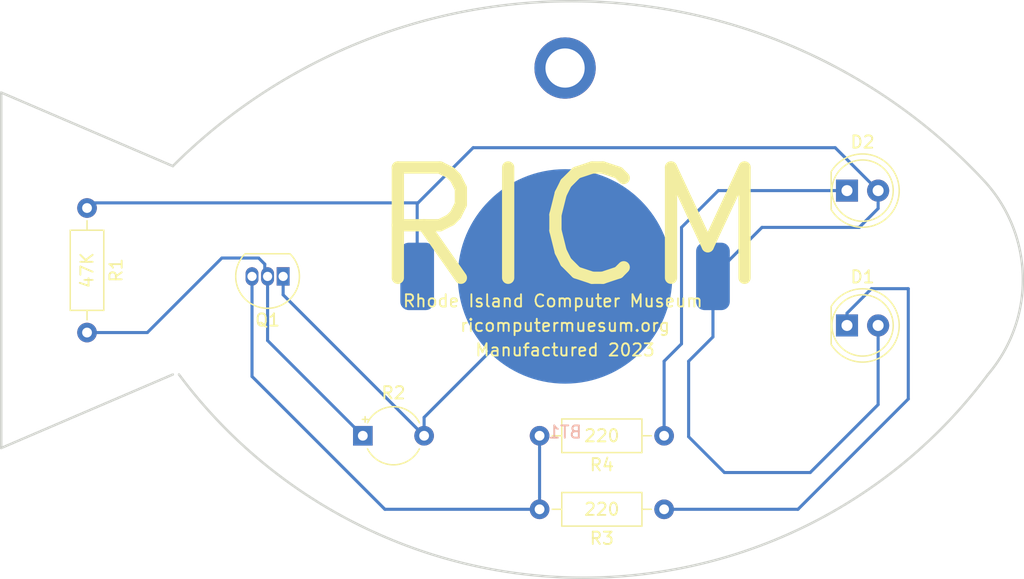
<source format=kicad_pcb>
(kicad_pcb (version 20211014) (generator pcbnew)
  (layers (0 "F.Cu" signal) (31 "B.Cu" signal) (34 "B.Paste" user) (35 "F.Paste" user) (36 "B.SilkS" user "B.Silkscreen") (37 "F.SilkS" user "F.Silkscreen") (38 "B.Mask" user) (39 "F.Mask" user) (44 "Edge.Cuts" user))
  (net 0 "")
  (net 1 "Net-(BT1-Pad1)")
  (net 2 "GND")
  (net 3 "Net-(D1-Pad1)")
  (net 4 "Net-(D2-Pad1)")
  (net 5 "Net-(Q1-Pad2)")
  (net 6 "Net-(Q1-Pad3)")
  (footprint "LED_THT:LED_D5.0mm" (layer "F.Cu") (at 153 80)
    (fp_text reference "D1" (at 1.27 -3.96) (layer "F.SilkS"))
    (fp_text value "LED")
    (fp_line (start -1.29 -1.545) (end -1.29 1.545) (layer "F.SilkS") (width 0.12))
    (fp_arc (start 4.26 -0.000462) (mid 2.072002 2.880433) (end -1.29 1.54483) (layer "F.SilkS") (width 0.12))
    (fp_arc (start -1.29 -1.54483) (mid 2.072002 -2.880433) (end 4.26 0.000462) (layer "F.SilkS") (width 0.12))
    (fp_circle (center 1.27 0) (end 3.77 0) (layer "F.SilkS") (width 0.12) (fill none))
    (pad "1" thru_hole rect (at 0 0) (size 1.8 1.8) (drill 0.9) (layers *.Cu *.Mask) (net 3 "Net-(D1-Pad1)"))
    (pad "2" thru_hole circle (at 2.54 0) (size 1.8 1.8) (drill 0.9) (layers *.Cu *.Mask) (net 1 "Net-(BT1-Pad1)"))
  )
  (footprint "Capacitor_THT:CP_Radial_Tantal_D4.5mm_P5.00mm" (layer "F.Cu") (at 113.5 89)
    (fp_text reference "R2" (at 2.5 -3.5) (layer "F.SilkS"))
    (fp_text value "R_Photo")
    (fp_line (start 0.187712 -1.56) (end 0.187712 -1.11) (layer "F.SilkS") (width 0.12))
    (fp_line (start -0.037288 -1.335) (end 0.412712 -1.335) (layer "F.SilkS") (width 0.12))
    (fp_arc (start 4.619741 1.06) (mid 2.5 2.37) (end 0.380259 1.06) (layer "F.SilkS") (width 0.12))
    (fp_arc (start 0.380259 -1.06) (mid 2.5 -2.37) (end 4.619741 -1.06) (layer "F.SilkS") (width 0.12))
    (pad "1" thru_hole rect (at 0 0) (size 1.6 1.6) (drill 0.8) (layers *.Cu *.Mask) (net 5 "Net-(Q1-Pad2)"))
    (pad "2" thru_hole circle (at 5 0) (size 1.6 1.6) (drill 0.8) (layers *.Cu *.Mask) (net 2 "GND"))
  )
  (footprint "Resistor_THT:R_Axial_DIN0207_L6.3mm_D2.5mm_P10.16mm_Horizontal" (layer "F.Cu") (at 91 70.42 -90)
    (fp_text reference "R1" (at 5.08 -2.37 -270) (layer "F.SilkS"))
    (fp_text value "R")
    (fp_line (start 9.12 0) (end 8.35 0) (layer "F.SilkS") (width 0.12))
    (fp_line (start 8.35 -1.37) (end 1.81 -1.37) (layer "F.SilkS") (width 0.12))
    (fp_line (start 1.81 -1.37) (end 1.81 1.37) (layer "F.SilkS") (width 0.12))
    (fp_line (start 1.04 0) (end 1.81 0) (layer "F.SilkS") (width 0.12))
    (fp_line (start 1.81 1.37) (end 8.35 1.37) (layer "F.SilkS") (width 0.12))
    (fp_line (start 8.35 1.37) (end 8.35 -1.37) (layer "F.SilkS") (width 0.12))
    (pad "1" thru_hole circle (at 0 0 270) (size 1.6 1.6) (drill 0.8) (layers *.Cu *.Mask) (net 1 "Net-(BT1-Pad1)"))
    (pad "2" thru_hole oval (at 10.16 0 270) (size 1.6 1.6) (drill 0.8) (layers *.Cu *.Mask) (net 5 "Net-(Q1-Pad2)"))
  )
  (footprint "Resistor_THT:R_Axial_DIN0207_L6.3mm_D2.5mm_P10.16mm_Horizontal" (layer "F.Cu") (at 138.08 89 180)
    (fp_text reference "R4" (at 5.08 -2.37) (layer "F.SilkS"))
    (fp_text value "R")
    (fp_line (start 8.35 1.37) (end 8.35 -1.37) (layer "F.SilkS") (width 0.12))
    (fp_line (start 8.35 -1.37) (end 1.81 -1.37) (layer "F.SilkS") (width 0.12))
    (fp_line (start 1.04 0) (end 1.81 0) (layer "F.SilkS") (width 0.12))
    (fp_line (start 1.81 -1.37) (end 1.81 1.37) (layer "F.SilkS") (width 0.12))
    (fp_line (start 9.12 0) (end 8.35 0) (layer "F.SilkS") (width 0.12))
    (fp_line (start 1.81 1.37) (end 8.35 1.37) (layer "F.SilkS") (width 0.12))
    (pad "1" thru_hole circle (at 0 0 180) (size 1.6 1.6) (drill 0.8) (layers *.Cu *.Mask) (net 4 "Net-(D2-Pad1)"))
    (pad "2" thru_hole oval (at 10.16 0 180) (size 1.6 1.6) (drill 0.8) (layers *.Cu *.Mask) (net 6 "Net-(Q1-Pad3)"))
  )
  (footprint "Resistor_THT:R_Axial_DIN0207_L6.3mm_D2.5mm_P10.16mm_Horizontal" (layer "F.Cu") (at 138.08 95 180)
    (fp_text reference "R3" (at 5.08 -2.37) (layer "F.SilkS"))
    (fp_text value "R")
    (fp_line (start 8.35 1.37) (end 8.35 -1.37) (layer "F.SilkS") (width 0.12))
    (fp_line (start 9.12 0) (end 8.35 0) (layer "F.SilkS") (width 0.12))
    (fp_line (start 8.35 -1.37) (end 1.81 -1.37) (layer "F.SilkS") (width 0.12))
    (fp_line (start 1.81 -1.37) (end 1.81 1.37) (layer "F.SilkS") (width 0.12))
    (fp_line (start 1.81 1.37) (end 8.35 1.37) (layer "F.SilkS") (width 0.12))
    (fp_line (start 1.04 0) (end 1.81 0) (layer "F.SilkS") (width 0.12))
    (pad "1" thru_hole circle (at 0 0 180) (size 1.6 1.6) (drill 0.8) (layers *.Cu *.Mask) (net 3 "Net-(D1-Pad1)"))
    (pad "2" thru_hole oval (at 10.16 0 180) (size 1.6 1.6) (drill 0.8) (layers *.Cu *.Mask) (net 6 "Net-(Q1-Pad3)"))
  )
  (footprint "LED_THT:LED_D5.0mm" (layer "F.Cu") (at 153 69)
    (fp_text reference "D2" (at 1.27 -3.96) (layer "F.SilkS"))
    (fp_text value "LED")
    (fp_line (start -1.29 -1.545) (end -1.29 1.545) (layer "F.SilkS") (width 0.12))
    (fp_arc (start 4.26 -0.000462) (mid 2.072002 2.880433) (end -1.29 1.54483) (layer "F.SilkS") (width 0.12))
    (fp_arc (start -1.29 -1.54483) (mid 2.072002 -2.880433) (end 4.26 0.000462) (layer "F.SilkS") (width 0.12))
    (fp_circle (center 1.27 0) (end 3.77 0) (layer "F.SilkS") (width 0.12) (fill none))
    (pad "1" thru_hole rect (at 0 0) (size 1.8 1.8) (drill 0.9) (layers *.Cu *.Mask) (net 4 "Net-(D2-Pad1)"))
    (pad "2" thru_hole circle (at 2.54 0) (size 1.8 1.8) (drill 0.9) (layers *.Cu *.Mask) (net 1 "Net-(BT1-Pad1)"))
  )
  (footprint "Package_TO_SOT_THT:TO-92_Inline" (layer "F.Cu") (at 107 76 180)
    (fp_text reference "Q1" (at 1.27 -3.56) (layer "F.SilkS"))
    (fp_text value "2N3904")
    (fp_line (start -0.53 1.85) (end 3.07 1.85) (layer "F.SilkS") (width 0.12))
    (fp_arc (start 1.27 -2.6) (mid 3.672087 -0.994977) (end 3.108478 1.838478) (layer "F.SilkS") (width 0.12))
    (fp_arc (start -0.568478 1.838478) (mid -1.132087 -0.994977) (end 1.27 -2.6) (layer "F.SilkS") (width 0.12))
    (pad "1" thru_hole rect locked (at 0 0 180) (size 1.05 1.5) (drill 0.75) (layers *.Cu *.Mask) (net 2 "GND"))
    (pad "2" thru_hole oval locked (at 1.27 0 180) (size 1.05 1.5) (drill 0.75) (layers *.Cu *.Mask) (net 5 "Net-(Q1-Pad2)"))
    (pad "3" thru_hole oval locked (at 2.54 0 180) (size 1.05 1.5) (drill 0.75) (layers *.Cu *.Mask) (net 6 "Net-(Q1-Pad3)"))
  )
  (footprint "Battery:CR2032 retainer" (layer "B.Cu") (at 130 76 180)
    (fp_text reference "BT1" (at 0 -12.7 unlocked) (layer "B.SilkS") (effects (justify mirror)))
    (fp_text value "Battery")
    (pad "1" smd roundrect (at 12.065 0 180) (size 2.75 5.5) (layers "B.Cu" "B.Paste" "B.Mask") (net 1 "Net-(BT1-Pad1)"))
    (pad "1" smd roundrect (at -12.065 0 180) (size 2.75 5.5) (layers "B.Cu" "B.Paste" "B.Mask") (net 1 "Net-(BT1-Pad1)"))
    (pad "2" smd circle (at 0 0 180) (size 17.5 17.5) (layers "B.Cu" "B.Paste" "B.Mask") (net 2 "GND"))
  )
  (gr_line (start 98 67) (end 84 61) (layer "Edge.Cuts") (width 0.2))
  (gr_line (start 84 61) (end 84 90) (layer "Edge.Cuts") (width 0.2))
  (gr_arc (start 164.5 84) (mid 131.5 100.579165) (end 98.5 84) (layer "Edge.Cuts") (width 0.2))
  (gr_line (start 84 90) (end 98 84) (layer "Edge.Cuts") (width 0.2))
  (gr_arc (start 98 67) (mid 131.211295 53.554527) (end 164 68) (layer "Edge.Cuts") (width 0.2))
  (gr_arc (start 164 68) (mid 167.344095 75.90331) (end 164.5 84) (layer "Edge.Cuts") (width 0.2))
  (gr_text "RICM" (at 130.5 72) (layer "F.SilkS") (effects (font (size 9 9) (thickness 1))))
  (gr_text "220" (at 133 89) (layer "F.SilkS") (effects (font (size 1 1))))
  (gr_text "47K" (at 91 75.5 90) (layer "F.SilkS") (effects (font (size 1 1))))
  (gr_text "220" (at 133 95) (layer "F.SilkS") (effects (font (size 1 1))))
  (gr_text "Manufactured 2023\n" (at 130 82) (layer "F.SilkS") (effects (font (size 1 1))))
  (gr_text "Rhode Island Computer Museum\n" (at 129 78) (layer "F.SilkS") (effects (font (size 1 1))))
  (gr_text "ricomputermuesum.org" (at 130 80) (layer "F.SilkS") (effects (font (size 1 1))))
  (via (at 130 59) (size 5) (drill 3.2) (layers "F.Cu" "B.Cu") (net 0))
  (segment (start 154 72) (end 155.54 70.46) (width 0.25) (layer "B.Cu") (net 1))
  (segment (start 91.5 70) (end 91 70.5) (width 0.25) (layer "B.Cu") (net 1))
  (segment (start 155.54 70.46) (end 155.54 69) (width 0.25) (layer "B.Cu") (net 1))
  (segment (start 142.065 76) (end 146.065 72) (width 0.25) (layer "B.Cu") (net 1))
  (segment (start 155.54 86.46) (end 155.54 80) (width 0.25) (layer "B.Cu") (net 1))
  (segment (start 117.935 70.065) (end 118 70) (width 0.25) (layer "B.Cu") (net 1))
  (segment (start 122.5 65.5) (end 118 70) (width 0.25) (layer "B.Cu") (net 1))
  (segment (start 146.065 72) (end 154 72) (width 0.25) (layer "B.Cu") (net 1))
  (segment (start 150 92) (end 155.54 86.46) (width 0.25) (layer "B.Cu") (net 1))
  (segment (start 118 70) (end 91.5 70) (width 0.25) (layer "B.Cu") (net 1))
  (segment (start 140.08 82.92) (end 140.08 89.08) (width 0.25) (layer "B.Cu") (net 1))
  (segment (start 152.04 65.5) (end 122.5 65.5) (width 0.25) (layer "B.Cu") (net 1))
  (segment (start 140.08 89.08) (end 143 92) (width 0.25) (layer "B.Cu") (net 1))
  (segment (start 117.935 76) (end 117.935 70.065) (width 0.25) (layer "B.Cu") (net 1))
  (segment (start 142.065 80.935) (end 140.08 82.92) (width 0.25) (layer "B.Cu") (net 1))
  (segment (start 142.065 76) (end 142.065 80.935) (width 0.25) (layer "B.Cu") (net 1))
  (segment (start 155.54 69) (end 152.04 65.5) (width 0.25) (layer "B.Cu") (net 1))
  (segment (start 143 92) (end 150 92) (width 0.25) (layer "B.Cu") (net 1))
  (segment (start 118.5 87.5) (end 130 76) (width 0.25) (layer "B.Cu") (net 2))
  (segment (start 118.5 89) (end 118.5 87.5) (width 0.25) (layer "B.Cu") (net 2))
  (segment (start 107 77.5) (end 118.5 89) (width 0.25) (layer "B.Cu") (net 2))
  (segment (start 107 76) (end 107 77.5) (width 0.25) (layer "B.Cu") (net 2))
  (segment (start 149 95) (end 158 86) (width 0.25) (layer "B.Cu") (net 3))
  (segment (start 158 77) (end 155 77) (width 0.25) (layer "B.Cu") (net 3))
  (segment (start 153 79) (end 153 80) (width 0.25) (layer "B.Cu") (net 3))
  (segment (start 138.08 95) (end 149 95) (width 0.25) (layer "B.Cu") (net 3))
  (segment (start 155 77) (end 153 79) (width 0.25) (layer "B.Cu") (net 3))
  (segment (start 158 86) (end 158 77) (width 0.25) (layer "B.Cu") (net 3))
  (segment (start 139.5 72) (end 139.5 81.5) (width 0.25) (layer "B.Cu") (net 4))
  (segment (start 139.5 81.5) (end 138.08 82.92) (width 0.25) (layer "B.Cu") (net 4))
  (segment (start 138.08 82.92) (end 138.08 89) (width 0.25) (layer "B.Cu") (net 4))
  (segment (start 153 69) (end 142.5 69) (width 0.25) (layer "B.Cu") (net 4))
  (segment (start 142.5 69) (end 139.5 72) (width 0.25) (layer "B.Cu") (net 4))
  (segment (start 102 74.5) (end 105 74.5) (width 0.25) (layer "B.Cu") (net 5))
  (segment (start 105.73 76) (end 105.73 81.23) (width 0.25) (layer "B.Cu") (net 5))
  (segment (start 105 74.5) (end 105.5 75) (width 0.25) (layer "B.Cu") (net 5))
  (segment (start 91 80.58) (end 95.92 80.58) (width 0.25) (layer "B.Cu") (net 5))
  (segment (start 105.73 81.23) (end 113.5 89) (width 0.25) (layer "B.Cu") (net 5))
  (segment (start 95.92 80.58) (end 102 74.5) (width 0.25) (layer "B.Cu") (net 5))
  (segment (start 105.5 75) (end 105.5 76) (width 0.25) (layer "B.Cu") (net 5))
  (segment (start 104.46 76) (end 104.46 84.16) (width 0.25) (layer "B.Cu") (net 6))
  (segment (start 127.92 89) (end 127.92 94.92) (width 0.25) (layer "B.Cu") (net 6))
  (segment (start 104.46 84.16) (end 115.3 95) (width 0.25) (layer "B.Cu") (net 6))
  (segment (start 115.3 95) (end 127.92 95) (width 0.25) (layer "B.Cu") (net 6))
)
</source>
